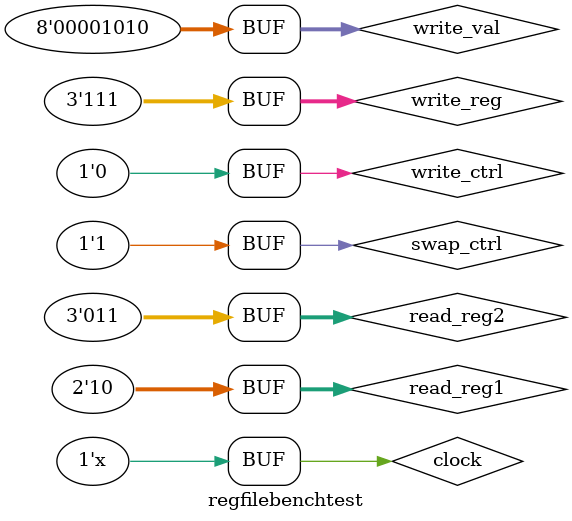
<source format=v>
module regfilebenchtest();

// Declare inputs as regs and outputs as wires
reg clock;
reg write_ctrl;
reg swap_ctrl;
reg [1:0] read_reg1;
reg [2:0] read_reg2;
reg [2:0] write_reg;
reg [7:0] write_val;

wire [7:0] read_val1;
wire [7:0] read_val2;


initial begin

	clock = 1; 		// initial value of clock
	write_ctrl = 0;
	swap_ctrl = 0;
	
    /*
     * Write initial values for registers
     */

    // $Imm     [Reg 001] = 88
	#10
    write_val = 8'd88;
    write_reg = 3'd1;  
    write_ctrl = 1; 

    // $t1      [Reg 010] = 32
	#10 
    write_val = 8'd32; 
    write_reg = 3'd2;  
    write_ctrl = 1;

    // $t2      [Reg 011] = 44
	#10 
    write_val = 8'd44; 
    write_reg = 3'd3;  
    write_ctrl = 1;

    // $s1      [Reg 100] = 220
	#10 
    write_val = 8'd220; 
    write_reg = 3'd4;  
    write_ctrl = 1;

    // $s2      [Reg 101] = 128
	#10 
    write_val = 8'd128; 
    write_reg = 3'd5;  
    write_ctrl = 1;

    // $s3      [Reg 110] = 255
	#10 
    write_val = 8'd255; 
    write_reg = 3'd6;  
    write_ctrl = 1;

    // $branch  [Reg 111] = 10 
	#10 
    write_val = 8'd10; 
    write_reg = 3'd7;  
    write_ctrl = 1; 
	

    /*
     * Read initial values for registers
     */

    // reg1 = $zero, val1 = 0 
    // reg2 = $s1, val2 = 220 
	#10 
    read_reg1 = 2'd0;	
    read_reg2 = 3'd4;  
    write_ctrl = 0; 

    // reg1 = $imm, val1 = 88 
    // reg2 = $s2,  val2 = 128
	#10 
    read_reg1 = 2'd1;	
    read_reg2 = 3'd5;  
    write_ctrl = 0; 

    // reg1 = $t1,  val1 = 32 
    // reg2 = $s3,  val2 = 255
	#10 
    read_reg1 = 2'd2;	
    read_reg2 = 3'd6;  
    write_ctrl = 0; 

    // reg1 = $t2,  val1 = 44  
    // reg2 = $branch, val2 = 10
	#10 
    read_reg1 = 2'd3;	
    read_reg2 = 3'd7;  
    write_ctrl = 0; 

    //swap $imm, $s1
    //val1 = 220, val2 = 88
	#10 
    read_reg1 = 2'd1;  
    read_reg2 = 3'd4;	  
    swap_ctrl = 1; 	

    #10 
    swap_ctrl = 0;
    
    //swap  $t1, $t2
    //val1 = 44, val2 = 32
	#10 
    read_reg1 = 2'd2;  
    read_reg2 = 3'd3;      
    swap_ctrl = 1;  

end

// Clock generator
always begin
	#5 clock = ~clock; // Toggle clock every 5 ticks
	// this makes the clock cycle 10 ticks
end


register_file	b2v_inst(
	.clock(clock),
	.write_ctrl(write_ctrl),
	.swap_ctrl(swap_ctrl),
	.read_reg1(read_reg1),
	.read_reg2(read_reg2),
	.write_reg(write_reg),
	.write_val(write_val),
	.read_val1(read_val1),
	.read_val2(read_val2));



endmodule

</source>
